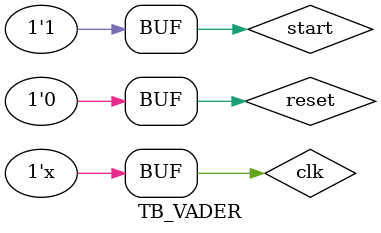
<source format=v>
`timescale 1ns / 1ps


module TB_VADER();
    reg clk;
    reg reset;
    reg start;
    wire [2:0] state;
    
    VADER VADER(clk, reset, start, state);
    
    initial begin
        clk <= 0;
        reset <= 0;
        start <= 0;
        #10
        reset <= 1;
        clk <= 1;
        #10
        clk <= 0;
        #10
        clk <= 1;
        #10
        clk <= 0;
        reset <= 0;
        #10
        clk <= 1;
        #10
        clk <= 0;
        #10
        clk <= 1;
        start <= 1;
        #10
        clk <= 0;
        #10
        clk <= 1;
    end
    
    always 
        begin
            #10 clk <= ~clk;
        end
    
endmodule

</source>
